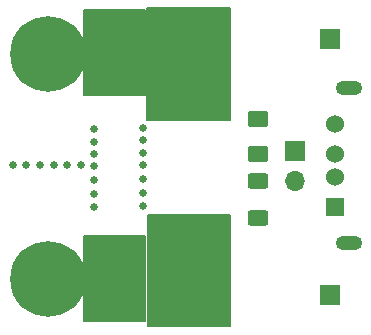
<source format=gbr>
%TF.GenerationSoftware,KiCad,Pcbnew,(7.0.0)*%
%TF.CreationDate,2023-03-03T15:02:14-06:00*%
%TF.ProjectId,Banana to USB Adapter,42616e61-6e61-4207-946f-205553422041,rev?*%
%TF.SameCoordinates,Original*%
%TF.FileFunction,Soldermask,Top*%
%TF.FilePolarity,Negative*%
%FSLAX46Y46*%
G04 Gerber Fmt 4.6, Leading zero omitted, Abs format (unit mm)*
G04 Created by KiCad (PCBNEW (7.0.0)) date 2023-03-03 15:02:14*
%MOMM*%
%LPD*%
G01*
G04 APERTURE LIST*
G04 Aperture macros list*
%AMRoundRect*
0 Rectangle with rounded corners*
0 $1 Rounding radius*
0 $2 $3 $4 $5 $6 $7 $8 $9 X,Y pos of 4 corners*
0 Add a 4 corners polygon primitive as box body*
4,1,4,$2,$3,$4,$5,$6,$7,$8,$9,$2,$3,0*
0 Add four circle primitives for the rounded corners*
1,1,$1+$1,$2,$3*
1,1,$1+$1,$4,$5*
1,1,$1+$1,$6,$7*
1,1,$1+$1,$8,$9*
0 Add four rect primitives between the rounded corners*
20,1,$1+$1,$2,$3,$4,$5,0*
20,1,$1+$1,$4,$5,$6,$7,0*
20,1,$1+$1,$6,$7,$8,$9,0*
20,1,$1+$1,$8,$9,$2,$3,0*%
G04 Aperture macros list end*
%ADD10C,0.150000*%
%ADD11C,0.635000*%
%ADD12R,1.700000X1.700000*%
%ADD13C,0.800000*%
%ADD14C,6.400000*%
%ADD15R,1.524000X1.524000*%
%ADD16C,1.524000*%
%ADD17O,2.250000X1.200000*%
%ADD18RoundRect,0.250000X0.625000X-0.400000X0.625000X0.400000X-0.625000X0.400000X-0.625000X-0.400000X0*%
%ADD19RoundRect,0.250001X-0.624999X0.462499X-0.624999X-0.462499X0.624999X-0.462499X0.624999X0.462499X0*%
%ADD20O,1.700000X1.700000*%
G04 APERTURE END LIST*
D10*
X132020200Y-105377200D02*
X137220000Y-105377200D01*
X137220000Y-105377200D02*
X137220000Y-112540000D01*
X137220000Y-112540000D02*
X132020200Y-112540000D01*
X132020200Y-112540000D02*
X132020200Y-105377200D01*
G36*
X132020200Y-105377200D02*
G01*
X137220000Y-105377200D01*
X137220000Y-112540000D01*
X132020200Y-112540000D01*
X132020200Y-105377200D01*
G37*
X137433800Y-103528400D02*
X144373600Y-103528400D01*
X144373600Y-103528400D02*
X144373600Y-112972400D01*
X144373600Y-112972400D02*
X137433800Y-112972400D01*
X137433800Y-112972400D02*
X137433800Y-103528400D01*
G36*
X137433800Y-103528400D02*
G01*
X144373600Y-103528400D01*
X144373600Y-112972400D01*
X137433800Y-112972400D01*
X137433800Y-103528400D01*
G37*
X132045700Y-86212200D02*
X137245500Y-86212200D01*
X137245500Y-86212200D02*
X137245500Y-93375000D01*
X137245500Y-93375000D02*
X132045700Y-93375000D01*
X132045700Y-93375000D02*
X132045700Y-86212200D01*
G36*
X132045700Y-86212200D02*
G01*
X137245500Y-86212200D01*
X137245500Y-93375000D01*
X132045700Y-93375000D01*
X132045700Y-86212200D01*
G37*
X137384600Y-86058000D02*
X144424400Y-86058000D01*
X144424400Y-86058000D02*
X144424400Y-95520600D01*
X144424400Y-95520600D02*
X137384600Y-95520600D01*
X137384600Y-95520600D02*
X137384600Y-86058000D01*
G36*
X137384600Y-86058000D02*
G01*
X144424400Y-86058000D01*
X144424400Y-95520600D01*
X137384600Y-95520600D01*
X137384600Y-86058000D01*
G37*
D11*
%TO.C,REF\u002A\u002A*%
X132923000Y-98421800D03*
%TD*%
%TO.C,*%
X137075000Y-96172884D03*
%TD*%
%TO.C,REF\u002A\u002A*%
X131816024Y-99340000D03*
%TD*%
%TO.C,REF\u002A\u002A*%
X132923000Y-97349920D03*
%TD*%
D12*
%TO.C,J3*%
X152882599Y-88671399D03*
%TD*%
D11*
%TO.C,REF\u002A\u002A*%
X132923000Y-99396800D03*
%TD*%
D13*
%TO.C,H1*%
X126600138Y-108968250D03*
X127303082Y-107271194D03*
X127303082Y-110665306D03*
X129000138Y-106568250D03*
D14*
X129000138Y-108968250D03*
D13*
X129000138Y-111368250D03*
X130697194Y-107271194D03*
X130697194Y-110665306D03*
X131400138Y-108968250D03*
%TD*%
D11*
%TO.C,*%
X137075000Y-102797952D03*
%TD*%
%TO.C,*%
X137075000Y-98316644D03*
%TD*%
D15*
%TO.C,J1*%
X153306499Y-102864799D03*
D16*
X153306500Y-100364800D03*
X153306500Y-98364800D03*
X153306500Y-95864800D03*
D17*
X154506499Y-105934799D03*
X154506499Y-92794799D03*
%TD*%
D11*
%TO.C,*%
X137075000Y-97244764D03*
%TD*%
%TO.C,*%
X137075000Y-99363124D03*
%TD*%
D12*
%TO.C,J2*%
X152882599Y-110337599D03*
%TD*%
D11*
%TO.C,REF\u002A\u002A*%
X130654518Y-99340000D03*
%TD*%
%TO.C,*%
X137075000Y-101661476D03*
%TD*%
D18*
%TO.C,R1*%
X146790000Y-103820000D03*
X146790000Y-100720000D03*
%TD*%
D11*
%TO.C,REF\u002A\u002A*%
X132923000Y-102903108D03*
%TD*%
%TO.C,REF\u002A\u002A*%
X132923000Y-96278040D03*
%TD*%
D13*
%TO.C,H2*%
X126600138Y-89918250D03*
X127303082Y-88221194D03*
X127303082Y-91615306D03*
X129000138Y-87518250D03*
D14*
X129000138Y-89918250D03*
D13*
X129000138Y-92318250D03*
X130697194Y-88221194D03*
X130697194Y-91615306D03*
X131400138Y-89918250D03*
%TD*%
D11*
%TO.C,REF\u002A\u002A*%
X128331506Y-99340000D03*
%TD*%
%TO.C,*%
X137075000Y-100525000D03*
%TD*%
%TO.C,REF\u002A\u002A*%
X126008494Y-99340000D03*
%TD*%
%TO.C,REF\u002A\u002A*%
X127170000Y-99340000D03*
%TD*%
%TO.C,REF\u002A\u002A*%
X132923000Y-100630156D03*
%TD*%
%TO.C,REF\u002A\u002A*%
X132923000Y-101766632D03*
%TD*%
D19*
%TO.C,D1*%
X146790000Y-95432500D03*
X146790000Y-98407500D03*
%TD*%
D11*
%TO.C,REF\u002A\u002A*%
X129493012Y-99340000D03*
%TD*%
D12*
%TO.C,J4*%
X149893249Y-98105799D03*
D20*
X149893249Y-100645799D03*
%TD*%
M02*

</source>
